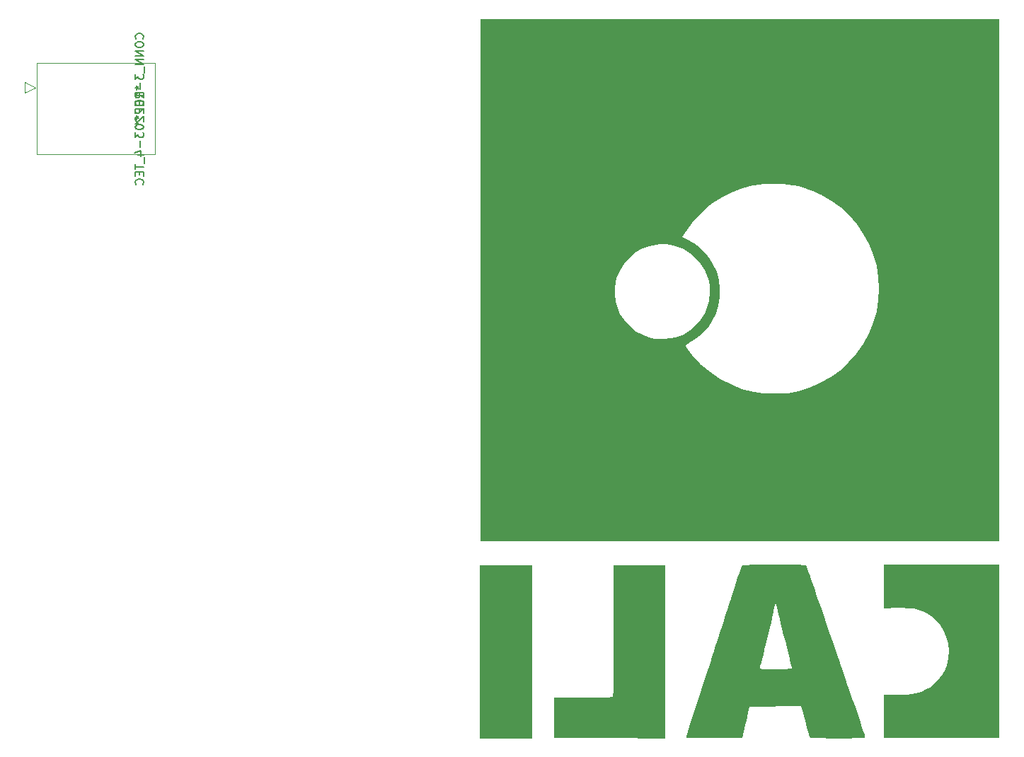
<source format=gbr>
%TF.GenerationSoftware,KiCad,Pcbnew,(6.0.8-1)-1*%
%TF.CreationDate,2022-10-31T21:03:20-04:00*%
%TF.ProjectId,Untitled,556e7469-746c-4656-942e-6b696361645f,rev?*%
%TF.SameCoordinates,Original*%
%TF.FileFunction,Legend,Bot*%
%TF.FilePolarity,Positive*%
%FSLAX46Y46*%
G04 Gerber Fmt 4.6, Leading zero omitted, Abs format (unit mm)*
G04 Created by KiCad (PCBNEW (6.0.8-1)-1) date 2022-10-31 21:03:20*
%MOMM*%
%LPD*%
G01*
G04 APERTURE LIST*
%ADD10C,0.150000*%
%ADD11C,0.120000*%
G04 APERTURE END LIST*
D10*
%TO.C,REF\u002A\u002A*%
X59702480Y-46219166D02*
X59226290Y-45885833D01*
X59702480Y-45647738D02*
X58702480Y-45647738D01*
X58702480Y-46028690D01*
X58750100Y-46123928D01*
X58797719Y-46171547D01*
X58892957Y-46219166D01*
X59035814Y-46219166D01*
X59131052Y-46171547D01*
X59178671Y-46123928D01*
X59226290Y-46028690D01*
X59226290Y-45647738D01*
X59178671Y-46647738D02*
X59178671Y-46981071D01*
X59702480Y-47123928D02*
X59702480Y-46647738D01*
X58702480Y-46647738D01*
X58702480Y-47123928D01*
X59178671Y-47885833D02*
X59178671Y-47552500D01*
X59702480Y-47552500D02*
X58702480Y-47552500D01*
X58702480Y-48028690D01*
X58702480Y-48552500D02*
X58940576Y-48552500D01*
X58845338Y-48314404D02*
X58940576Y-48552500D01*
X58845338Y-48790595D01*
X59131052Y-48409642D02*
X58940576Y-48552500D01*
X59131052Y-48695357D01*
X58702480Y-49314404D02*
X58940576Y-49314404D01*
X58845338Y-49076309D02*
X58940576Y-49314404D01*
X58845338Y-49552500D01*
X59131052Y-49171547D02*
X58940576Y-49314404D01*
X59131052Y-49457261D01*
X59607242Y-39147738D02*
X59654861Y-39100119D01*
X59702480Y-38957261D01*
X59702480Y-38862023D01*
X59654861Y-38719166D01*
X59559623Y-38623928D01*
X59464385Y-38576309D01*
X59273909Y-38528690D01*
X59131052Y-38528690D01*
X58940576Y-38576309D01*
X58845338Y-38623928D01*
X58750100Y-38719166D01*
X58702480Y-38862023D01*
X58702480Y-38957261D01*
X58750100Y-39100119D01*
X58797719Y-39147738D01*
X58702480Y-39766785D02*
X58702480Y-39957261D01*
X58750100Y-40052500D01*
X58845338Y-40147738D01*
X59035814Y-40195357D01*
X59369147Y-40195357D01*
X59559623Y-40147738D01*
X59654861Y-40052500D01*
X59702480Y-39957261D01*
X59702480Y-39766785D01*
X59654861Y-39671547D01*
X59559623Y-39576309D01*
X59369147Y-39528690D01*
X59035814Y-39528690D01*
X58845338Y-39576309D01*
X58750100Y-39671547D01*
X58702480Y-39766785D01*
X59702480Y-40623928D02*
X58702480Y-40623928D01*
X59702480Y-41195357D01*
X58702480Y-41195357D01*
X59702480Y-41671547D02*
X58702480Y-41671547D01*
X59702480Y-42242976D01*
X58702480Y-42242976D01*
X59797719Y-42481071D02*
X59797719Y-43242976D01*
X58702480Y-43385833D02*
X58702480Y-44004880D01*
X59083433Y-43671547D01*
X59083433Y-43814404D01*
X59131052Y-43909642D01*
X59178671Y-43957261D01*
X59273909Y-44004880D01*
X59512004Y-44004880D01*
X59607242Y-43957261D01*
X59654861Y-43909642D01*
X59702480Y-43814404D01*
X59702480Y-43528690D01*
X59654861Y-43433452D01*
X59607242Y-43385833D01*
X59321528Y-44433452D02*
X59321528Y-45195357D01*
X59702480Y-46195357D02*
X59702480Y-45623928D01*
X59702480Y-45909642D02*
X58702480Y-45909642D01*
X58845338Y-45814404D01*
X58940576Y-45719166D01*
X58988195Y-45623928D01*
X58702480Y-46814404D02*
X58702480Y-46909642D01*
X58750100Y-47004880D01*
X58797719Y-47052500D01*
X58892957Y-47100119D01*
X59083433Y-47147738D01*
X59321528Y-47147738D01*
X59512004Y-47100119D01*
X59607242Y-47052500D01*
X59654861Y-47004880D01*
X59702480Y-46909642D01*
X59702480Y-46814404D01*
X59654861Y-46719166D01*
X59607242Y-46671547D01*
X59512004Y-46623928D01*
X59321528Y-46576309D01*
X59083433Y-46576309D01*
X58892957Y-46623928D01*
X58797719Y-46671547D01*
X58750100Y-46719166D01*
X58702480Y-46814404D01*
X58797719Y-47528690D02*
X58750100Y-47576309D01*
X58702480Y-47671547D01*
X58702480Y-47909642D01*
X58750100Y-48004880D01*
X58797719Y-48052500D01*
X58892957Y-48100119D01*
X58988195Y-48100119D01*
X59131052Y-48052500D01*
X59702480Y-47481071D01*
X59702480Y-48100119D01*
X58797719Y-48481071D02*
X58750100Y-48528690D01*
X58702480Y-48623928D01*
X58702480Y-48862023D01*
X58750100Y-48957261D01*
X58797719Y-49004880D01*
X58892957Y-49052499D01*
X58988195Y-49052499D01*
X59131052Y-49004880D01*
X59702480Y-48433452D01*
X59702480Y-49052499D01*
X58702480Y-49671547D02*
X58702480Y-49766785D01*
X58750100Y-49862023D01*
X58797719Y-49909642D01*
X58892957Y-49957261D01*
X59083433Y-50004880D01*
X59321528Y-50004880D01*
X59512004Y-49957261D01*
X59607242Y-49909642D01*
X59654861Y-49862023D01*
X59702480Y-49766785D01*
X59702480Y-49671547D01*
X59654861Y-49576309D01*
X59607242Y-49528690D01*
X59512004Y-49481071D01*
X59321528Y-49433452D01*
X59083433Y-49433452D01*
X58892957Y-49481071D01*
X58797719Y-49528690D01*
X58750100Y-49576309D01*
X58702480Y-49671547D01*
X58702480Y-50338214D02*
X58702480Y-50957261D01*
X59083433Y-50623928D01*
X59083433Y-50766785D01*
X59131052Y-50862023D01*
X59178671Y-50909642D01*
X59273909Y-50957261D01*
X59512004Y-50957261D01*
X59607242Y-50909642D01*
X59654861Y-50862023D01*
X59702480Y-50766785D01*
X59702480Y-50481071D01*
X59654861Y-50385833D01*
X59607242Y-50338214D01*
X59321528Y-51385833D02*
X59321528Y-52147738D01*
X59035814Y-53052499D02*
X59702480Y-53052499D01*
X58654861Y-52814404D02*
X59369147Y-52576309D01*
X59369147Y-53195357D01*
X59797719Y-53338214D02*
X59797719Y-54100119D01*
X58702480Y-54195357D02*
X58702480Y-54766785D01*
X59702480Y-54481071D02*
X58702480Y-54481071D01*
X59178671Y-55100119D02*
X59178671Y-55433452D01*
X59702480Y-55576309D02*
X59702480Y-55100119D01*
X58702480Y-55100119D01*
X58702480Y-55576309D01*
X59607242Y-56576309D02*
X59654861Y-56528690D01*
X59702480Y-56385833D01*
X59702480Y-56290595D01*
X59654861Y-56147738D01*
X59559623Y-56052499D01*
X59464385Y-56004880D01*
X59273909Y-55957261D01*
X59131052Y-55957261D01*
X58940576Y-56004880D01*
X58845338Y-56052499D01*
X58750100Y-56147738D01*
X58702480Y-56290595D01*
X58702480Y-56385833D01*
X58750100Y-56528690D01*
X58797719Y-56576309D01*
X58702480Y-45012500D02*
X58940576Y-45012500D01*
X58845338Y-44774404D02*
X58940576Y-45012500D01*
X58845338Y-45250595D01*
X59131052Y-44869642D02*
X58940576Y-45012500D01*
X59131052Y-45155357D01*
%TO.C,G\u002A\u002A\u002A*%
G36*
X100046398Y-99256919D02*
G01*
X100046398Y-68981523D01*
X116132429Y-68981523D01*
X116138380Y-69677686D01*
X116140537Y-69725978D01*
X116232160Y-70605852D01*
X116427267Y-71383272D01*
X116739699Y-72089930D01*
X117183299Y-72757519D01*
X117771908Y-73417729D01*
X118012514Y-73648812D01*
X118688145Y-74188869D01*
X119397223Y-74592397D01*
X120170612Y-74878186D01*
X120884549Y-75034895D01*
X121832690Y-75105778D01*
X122773055Y-75025641D01*
X123678206Y-74795132D01*
X124285936Y-74539809D01*
X125072858Y-74065986D01*
X125776615Y-73470123D01*
X126375125Y-72771767D01*
X126846310Y-71990466D01*
X127108775Y-71370533D01*
X127357079Y-70471877D01*
X127464204Y-69560691D01*
X127427678Y-68662912D01*
X127245030Y-67804480D01*
X127214953Y-67710217D01*
X126856532Y-66863037D01*
X126367712Y-66079889D01*
X125767241Y-65382903D01*
X125073869Y-64794209D01*
X124306345Y-64335937D01*
X123881006Y-64145699D01*
X123066746Y-63876740D01*
X122256981Y-63744395D01*
X121411860Y-63740467D01*
X121063837Y-63773820D01*
X120138347Y-63969176D01*
X119271762Y-64308867D01*
X118478404Y-64783273D01*
X117772594Y-65382774D01*
X117168650Y-66097750D01*
X116680894Y-66918581D01*
X116514663Y-67279451D01*
X116309912Y-67836615D01*
X116186054Y-68385903D01*
X116132429Y-68981523D01*
X100046398Y-68981523D01*
X100046398Y-62884977D01*
X124145062Y-62884977D01*
X124685647Y-63137947D01*
X124786790Y-63186538D01*
X125552306Y-63632975D01*
X126283800Y-64190989D01*
X126938523Y-64824408D01*
X127473725Y-65497059D01*
X127828799Y-66078601D01*
X128260232Y-67028619D01*
X128542934Y-68018047D01*
X128676400Y-69030727D01*
X128667942Y-69560691D01*
X128660124Y-70050503D01*
X128493602Y-71061215D01*
X128176330Y-72046708D01*
X127707803Y-72990823D01*
X127349024Y-73518079D01*
X126819555Y-74134475D01*
X126214759Y-74706614D01*
X125574641Y-75197238D01*
X124939210Y-75569093D01*
X124793625Y-75646916D01*
X124621042Y-75766209D01*
X124553746Y-75854241D01*
X124562272Y-75894629D01*
X124653490Y-76068953D01*
X124829102Y-76327513D01*
X125069765Y-76646088D01*
X125356141Y-77000459D01*
X125668886Y-77366407D01*
X125988662Y-77719711D01*
X126296127Y-78036153D01*
X126438426Y-78173874D01*
X127518889Y-79092316D01*
X128693323Y-79882034D01*
X129949729Y-80536656D01*
X131276105Y-81049809D01*
X132660448Y-81415121D01*
X132803081Y-81441594D01*
X133284761Y-81506205D01*
X133864616Y-81557763D01*
X134499497Y-81594684D01*
X135146253Y-81615386D01*
X135761734Y-81618284D01*
X136302790Y-81601795D01*
X136726270Y-81564335D01*
X138035180Y-81315336D01*
X139395422Y-80903569D01*
X140686851Y-80350416D01*
X141900631Y-79662333D01*
X143027928Y-78845779D01*
X144059906Y-77907212D01*
X144987731Y-76853088D01*
X145802567Y-75689865D01*
X146495579Y-74424001D01*
X146514963Y-74383287D01*
X147031749Y-73106763D01*
X147400647Y-71781985D01*
X147621640Y-70425358D01*
X147694708Y-69053285D01*
X147619834Y-67682174D01*
X147396999Y-66328428D01*
X147026186Y-65008453D01*
X146507377Y-63738653D01*
X145860404Y-62536793D01*
X145056997Y-61356570D01*
X144143433Y-60295481D01*
X143119852Y-59353669D01*
X141986395Y-58531278D01*
X140743203Y-57828452D01*
X140500706Y-57710039D01*
X139771262Y-57380722D01*
X139085309Y-57120591D01*
X138377776Y-56906743D01*
X137583593Y-56716272D01*
X137387399Y-56678489D01*
X136811932Y-56602951D01*
X136137592Y-56552106D01*
X135407539Y-56526283D01*
X134664935Y-56525810D01*
X133952942Y-56551017D01*
X133314720Y-56602232D01*
X132793432Y-56679783D01*
X132650133Y-56709724D01*
X131366180Y-57057427D01*
X130103636Y-57537346D01*
X128902256Y-58132391D01*
X127801792Y-58825475D01*
X127138433Y-59341240D01*
X126337927Y-60074627D01*
X125575603Y-60888589D01*
X124890580Y-61740816D01*
X124321978Y-62588999D01*
X124145062Y-62884977D01*
X100046398Y-62884977D01*
X100046398Y-36771296D01*
X162045120Y-36771296D01*
X162045120Y-99256919D01*
X100046398Y-99256919D01*
G37*
G36*
X143613033Y-115546673D02*
G01*
X143817662Y-116141609D01*
X143991273Y-116646174D01*
X144123010Y-117028804D01*
X144328954Y-117626850D01*
X144583864Y-118367515D01*
X144851029Y-119144166D01*
X145117421Y-119918915D01*
X145370016Y-120653877D01*
X145595786Y-121311166D01*
X145781705Y-121852896D01*
X145866153Y-122104182D01*
X145965495Y-122415613D01*
X146033393Y-122648595D01*
X146058539Y-122765835D01*
X146037008Y-122780626D01*
X145883010Y-122806215D01*
X145598270Y-122828107D01*
X145203510Y-122846290D01*
X144719452Y-122860749D01*
X144166816Y-122871471D01*
X143566325Y-122878443D01*
X142938700Y-122881651D01*
X142304662Y-122881081D01*
X141684934Y-122876720D01*
X141100237Y-122868554D01*
X140571292Y-122856570D01*
X140118821Y-122840754D01*
X139763545Y-122821092D01*
X139526187Y-122797571D01*
X139427467Y-122770178D01*
X139426542Y-122768905D01*
X139381424Y-122656240D01*
X139304905Y-122413401D01*
X139204621Y-122066750D01*
X139088206Y-121642650D01*
X138963295Y-121167462D01*
X138840923Y-120693458D01*
X138721364Y-120233205D01*
X138617693Y-119836989D01*
X138538040Y-119535874D01*
X138490534Y-119360920D01*
X138404163Y-119055655D01*
X132232607Y-119098133D01*
X131962451Y-120234236D01*
X131953683Y-120271088D01*
X131835796Y-120763413D01*
X131713094Y-121270937D01*
X131599592Y-121735938D01*
X131509303Y-122100689D01*
X131326310Y-122831041D01*
X128046457Y-122852262D01*
X128015902Y-122852457D01*
X127232232Y-122855561D01*
X126528663Y-122854699D01*
X125918890Y-122850091D01*
X125416611Y-122841955D01*
X125035522Y-122830511D01*
X124789318Y-122815978D01*
X124691696Y-122798575D01*
X124689895Y-122796595D01*
X124677800Y-122675199D01*
X124723587Y-122430433D01*
X124822601Y-122087578D01*
X124901456Y-121843938D01*
X125027557Y-121454456D01*
X125180161Y-120983205D01*
X125346736Y-120468888D01*
X125514746Y-119950210D01*
X125522708Y-119925629D01*
X125680591Y-119437760D01*
X125875508Y-118834759D01*
X126095465Y-118153777D01*
X126328467Y-117431961D01*
X126562517Y-116706462D01*
X126785621Y-116014427D01*
X126792746Y-115992316D01*
X127018505Y-115292380D01*
X127256707Y-114554878D01*
X127275302Y-114497376D01*
X133429469Y-114497376D01*
X133457123Y-114532700D01*
X133535642Y-114558195D01*
X133683598Y-114575464D01*
X133919564Y-114586107D01*
X134262113Y-114591726D01*
X134729817Y-114593923D01*
X135341249Y-114594299D01*
X135534729Y-114594162D01*
X136135138Y-114591166D01*
X136592515Y-114583658D01*
X136921920Y-114570857D01*
X137138413Y-114551979D01*
X137257056Y-114526241D01*
X137292910Y-114492862D01*
X137274089Y-114385055D01*
X137221092Y-114152604D01*
X137142255Y-113831997D01*
X137045925Y-113458197D01*
X137025631Y-113381012D01*
X136847208Y-112697332D01*
X136661794Y-111978732D01*
X136474164Y-111244413D01*
X136289094Y-110513578D01*
X136111360Y-109805427D01*
X135945739Y-109139163D01*
X135797006Y-108533987D01*
X135669938Y-108009100D01*
X135569310Y-107583706D01*
X135499899Y-107277004D01*
X135466481Y-107108197D01*
X135443395Y-106979582D01*
X135390726Y-106795183D01*
X135339050Y-106722734D01*
X135325385Y-106723890D01*
X135289053Y-106749407D01*
X135255179Y-106828726D01*
X135216941Y-106988493D01*
X135167514Y-107255356D01*
X135100075Y-107655961D01*
X135070728Y-107806623D01*
X135002769Y-108116713D01*
X134904890Y-108543070D01*
X134782637Y-109063048D01*
X134641560Y-109654005D01*
X134487206Y-110293296D01*
X134325123Y-110958277D01*
X134160861Y-111626304D01*
X133999967Y-112274732D01*
X133847989Y-112880919D01*
X133710476Y-113422219D01*
X133592976Y-113875989D01*
X133501037Y-114219585D01*
X133440208Y-114430363D01*
X133434108Y-114450621D01*
X133429469Y-114497376D01*
X127275302Y-114497376D01*
X127494921Y-113818225D01*
X127720720Y-113120835D01*
X127921674Y-112501120D01*
X128085354Y-111997494D01*
X128229935Y-111553005D01*
X128439068Y-110909012D01*
X128652474Y-110250856D01*
X128851949Y-109634688D01*
X129019289Y-109116664D01*
X129142487Y-108735099D01*
X129335795Y-108137486D01*
X129547391Y-107484295D01*
X129759079Y-106831689D01*
X129952663Y-106235833D01*
X130103881Y-105770401D01*
X130305740Y-105148023D01*
X130507957Y-104523521D01*
X130693648Y-103949041D01*
X130845933Y-103476728D01*
X130913248Y-103272033D01*
X131052454Y-102875236D01*
X131180148Y-102544156D01*
X131284468Y-102308659D01*
X131353552Y-102198613D01*
X131378708Y-102185731D01*
X131485107Y-102162533D01*
X131674595Y-102143398D01*
X131958487Y-102128028D01*
X132348096Y-102116123D01*
X132854737Y-102107384D01*
X133489724Y-102101513D01*
X134264370Y-102098210D01*
X135189991Y-102097175D01*
X135790100Y-102097558D01*
X136611331Y-102099857D01*
X137288884Y-102104497D01*
X137834148Y-102111784D01*
X138258516Y-102122024D01*
X138573377Y-102135522D01*
X138790123Y-102152582D01*
X138920145Y-102173511D01*
X138974833Y-102198613D01*
X138977128Y-102201547D01*
X138988315Y-102213873D01*
X138998066Y-102223975D01*
X139008962Y-102239266D01*
X139023584Y-102267161D01*
X139044514Y-102315075D01*
X139074335Y-102390422D01*
X139115627Y-102500616D01*
X139170973Y-102653072D01*
X139242954Y-102855204D01*
X139334152Y-103114427D01*
X139447148Y-103438156D01*
X139584525Y-103833804D01*
X139748865Y-104308786D01*
X139942748Y-104870517D01*
X140168757Y-105526411D01*
X140429474Y-106283882D01*
X140727479Y-107150345D01*
X141065356Y-108133215D01*
X141445685Y-109239906D01*
X141871049Y-110477831D01*
X142344028Y-111854407D01*
X142867206Y-113377047D01*
X142921575Y-113535270D01*
X143154135Y-114211941D01*
X143250708Y-114492862D01*
X143388240Y-114892930D01*
X143613033Y-115546673D01*
G37*
G36*
X106213810Y-122871616D02*
G01*
X99965248Y-122871616D01*
X99965248Y-102178325D01*
X106213810Y-102178325D01*
X106213810Y-122871616D01*
G37*
G36*
X122119242Y-122872564D02*
G01*
X115485216Y-122851803D01*
X108851190Y-122831041D01*
X108829695Y-120416823D01*
X108808200Y-118002606D01*
X112282635Y-118002606D01*
X113106753Y-118001606D01*
X113874580Y-117997989D01*
X114499945Y-117991463D01*
X114993265Y-117981741D01*
X115364959Y-117968540D01*
X115625442Y-117951577D01*
X115785133Y-117930567D01*
X115854449Y-117905226D01*
X115860053Y-117895970D01*
X115876553Y-117817267D01*
X115891139Y-117657858D01*
X115903902Y-117410326D01*
X115914935Y-117067252D01*
X115924328Y-116621219D01*
X115932172Y-116064810D01*
X115938559Y-115390608D01*
X115943580Y-114591194D01*
X115947326Y-113659153D01*
X115949889Y-112587066D01*
X115951359Y-111367516D01*
X115951829Y-109993085D01*
X115951829Y-102178325D01*
X122119242Y-102178325D01*
X122119242Y-122872564D01*
G37*
G36*
X162045120Y-122790466D02*
G01*
X148249593Y-122790466D01*
X148249593Y-117678006D01*
X149811734Y-117676596D01*
X150495533Y-117670113D01*
X151097520Y-117647072D01*
X151597660Y-117602208D01*
X152026952Y-117530235D01*
X152416399Y-117425865D01*
X152796999Y-117283812D01*
X153199753Y-117098788D01*
X153363450Y-117015770D01*
X153758251Y-116782430D01*
X154117735Y-116507185D01*
X154505085Y-116143812D01*
X154512892Y-116135989D01*
X154952433Y-115662416D01*
X155286322Y-115217421D01*
X155548692Y-114748821D01*
X155773677Y-114204433D01*
X155789622Y-114159833D01*
X156006740Y-113306766D01*
X156072294Y-112435840D01*
X155991713Y-111568119D01*
X155770425Y-110724668D01*
X155413859Y-109926550D01*
X154927443Y-109194830D01*
X154316606Y-108550573D01*
X154300191Y-108536209D01*
X153918353Y-108254020D01*
X153436062Y-107968209D01*
X152908863Y-107706481D01*
X152392302Y-107496542D01*
X151941925Y-107366098D01*
X151902879Y-107358731D01*
X151579490Y-107321134D01*
X151116927Y-107295322D01*
X150534698Y-107282077D01*
X149852309Y-107282184D01*
X148249593Y-107297733D01*
X148249593Y-102097175D01*
X162045120Y-102097175D01*
X162045120Y-122790466D01*
G37*
D11*
%TO.C,REF\u002A\u002A*%
X45508700Y-45647500D02*
X46778700Y-45012500D01*
X46905700Y-42091500D02*
X61104300Y-42091500D01*
X45508700Y-44377500D02*
X45508700Y-45647500D01*
X46905700Y-53013500D02*
X46905700Y-42091500D01*
X61104300Y-42091500D02*
X61104300Y-53013500D01*
X61104300Y-53013500D02*
X46905700Y-53013500D01*
X46778700Y-45012500D02*
X45508700Y-44377500D01*
%TD*%
M02*

</source>
